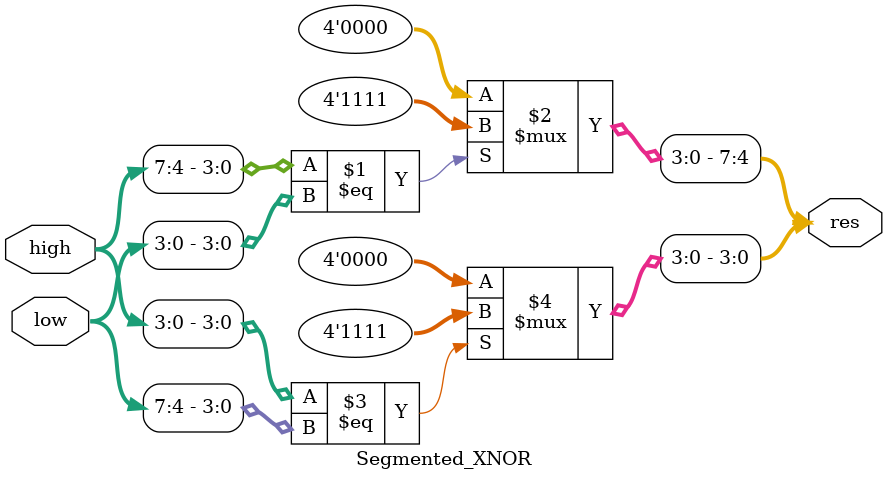
<source format=sv>
module Segmented_XNOR(
    input [7:0] high, low,
    output [7:0] res
);
    // XNOR can be expressed directly using equality comparison
    // This achieves the same function with clearer intent
    assign res[7:4] = (high[7:4] == low[3:0]) ? 4'b1111 : 4'b0000;
    assign res[3:0] = (high[3:0] == low[7:4]) ? 4'b1111 : 4'b0000;
endmodule
</source>
